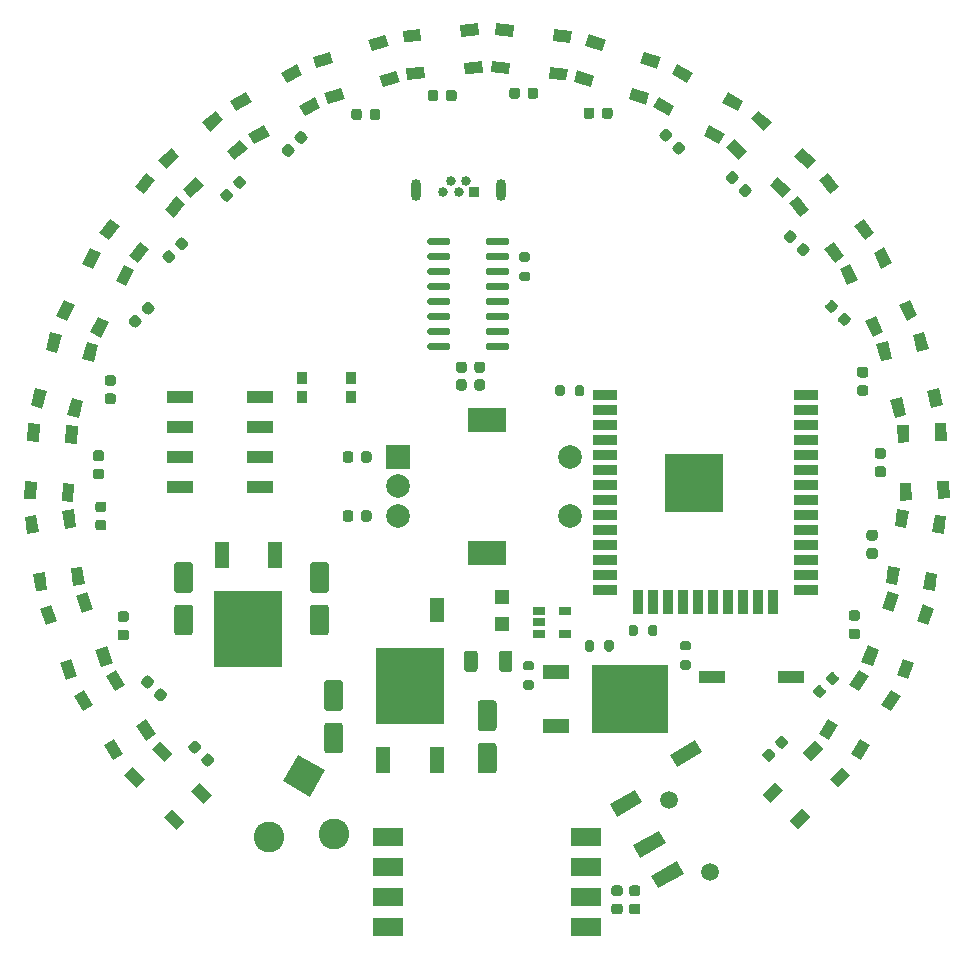
<source format=gbr>
%TF.GenerationSoftware,KiCad,Pcbnew,(5.1.9)-1*%
%TF.CreationDate,2021-08-08T15:33:04+02:00*%
%TF.ProjectId,nogasm,6e6f6761-736d-42e6-9b69-6361645f7063,rev?*%
%TF.SameCoordinates,Original*%
%TF.FileFunction,Soldermask,Top*%
%TF.FilePolarity,Negative*%
%FSLAX46Y46*%
G04 Gerber Fmt 4.6, Leading zero omitted, Abs format (unit mm)*
G04 Created by KiCad (PCBNEW (5.1.9)-1) date 2021-08-08 15:33:04*
%MOMM*%
%LPD*%
G01*
G04 APERTURE LIST*
%ADD10O,0.850000X1.850000*%
%ADD11C,0.840000*%
%ADD12R,0.840000X0.840000*%
%ADD13R,2.000000X0.900000*%
%ADD14R,0.900000X2.000000*%
%ADD15R,5.000000X5.000000*%
%ADD16R,1.060000X0.650000*%
%ADD17R,5.800000X6.400000*%
%ADD18R,1.200000X2.200000*%
%ADD19R,2.540000X1.524000*%
%ADD20R,2.160000X1.120000*%
%ADD21R,2.000000X2.000000*%
%ADD22C,2.000000*%
%ADD23R,3.200000X2.000000*%
%ADD24R,0.900000X1.000000*%
%ADD25R,1.300000X1.300000*%
%ADD26R,1.300000X2.000000*%
%ADD27R,6.400000X5.800000*%
%ADD28R,2.200000X1.200000*%
%ADD29C,1.500000*%
%ADD30C,0.100000*%
%ADD31C,2.600000*%
G04 APERTURE END LIST*
D10*
%TO.C,J3*%
X134025000Y-64880000D03*
X141175000Y-64880000D03*
D11*
X136300000Y-65100000D03*
X136950000Y-64100000D03*
X137600000Y-65100000D03*
X138250000Y-64100000D03*
D12*
X138900000Y-65100000D03*
%TD*%
D13*
%TO.C,U5*%
X167000000Y-82245000D03*
X167000000Y-83515000D03*
X167000000Y-84785000D03*
X167000000Y-86055000D03*
X167000000Y-87325000D03*
X167000000Y-88595000D03*
X167000000Y-89865000D03*
X167000000Y-91135000D03*
X167000000Y-92405000D03*
X167000000Y-93675000D03*
X167000000Y-94945000D03*
X167000000Y-96215000D03*
X167000000Y-97485000D03*
X167000000Y-98755000D03*
D14*
X164215000Y-99755000D03*
X162945000Y-99755000D03*
X161675000Y-99755000D03*
X160405000Y-99755000D03*
X159135000Y-99755000D03*
X157865000Y-99755000D03*
X156595000Y-99755000D03*
X155325000Y-99755000D03*
X154055000Y-99755000D03*
X152785000Y-99755000D03*
D13*
X150000000Y-98755000D03*
X150000000Y-97485000D03*
X150000000Y-96215000D03*
X150000000Y-94945000D03*
X150000000Y-93675000D03*
X150000000Y-92405000D03*
X150000000Y-91135000D03*
X150000000Y-89865000D03*
X150000000Y-88595000D03*
X150000000Y-87325000D03*
X150000000Y-86055000D03*
X150000000Y-84785000D03*
X150000000Y-83515000D03*
X150000000Y-82245000D03*
D15*
X157500000Y-89745000D03*
%TD*%
%TO.C,U6*%
G36*
G01*
X136900000Y-77995000D02*
X136900000Y-78295000D01*
G75*
G02*
X136750000Y-78445000I-150000J0D01*
G01*
X135100000Y-78445000D01*
G75*
G02*
X134950000Y-78295000I0J150000D01*
G01*
X134950000Y-77995000D01*
G75*
G02*
X135100000Y-77845000I150000J0D01*
G01*
X136750000Y-77845000D01*
G75*
G02*
X136900000Y-77995000I0J-150000D01*
G01*
G37*
G36*
G01*
X136900000Y-76725000D02*
X136900000Y-77025000D01*
G75*
G02*
X136750000Y-77175000I-150000J0D01*
G01*
X135100000Y-77175000D01*
G75*
G02*
X134950000Y-77025000I0J150000D01*
G01*
X134950000Y-76725000D01*
G75*
G02*
X135100000Y-76575000I150000J0D01*
G01*
X136750000Y-76575000D01*
G75*
G02*
X136900000Y-76725000I0J-150000D01*
G01*
G37*
G36*
G01*
X136900000Y-75455000D02*
X136900000Y-75755000D01*
G75*
G02*
X136750000Y-75905000I-150000J0D01*
G01*
X135100000Y-75905000D01*
G75*
G02*
X134950000Y-75755000I0J150000D01*
G01*
X134950000Y-75455000D01*
G75*
G02*
X135100000Y-75305000I150000J0D01*
G01*
X136750000Y-75305000D01*
G75*
G02*
X136900000Y-75455000I0J-150000D01*
G01*
G37*
G36*
G01*
X136900000Y-74185000D02*
X136900000Y-74485000D01*
G75*
G02*
X136750000Y-74635000I-150000J0D01*
G01*
X135100000Y-74635000D01*
G75*
G02*
X134950000Y-74485000I0J150000D01*
G01*
X134950000Y-74185000D01*
G75*
G02*
X135100000Y-74035000I150000J0D01*
G01*
X136750000Y-74035000D01*
G75*
G02*
X136900000Y-74185000I0J-150000D01*
G01*
G37*
G36*
G01*
X136900000Y-72915000D02*
X136900000Y-73215000D01*
G75*
G02*
X136750000Y-73365000I-150000J0D01*
G01*
X135100000Y-73365000D01*
G75*
G02*
X134950000Y-73215000I0J150000D01*
G01*
X134950000Y-72915000D01*
G75*
G02*
X135100000Y-72765000I150000J0D01*
G01*
X136750000Y-72765000D01*
G75*
G02*
X136900000Y-72915000I0J-150000D01*
G01*
G37*
G36*
G01*
X136900000Y-71645000D02*
X136900000Y-71945000D01*
G75*
G02*
X136750000Y-72095000I-150000J0D01*
G01*
X135100000Y-72095000D01*
G75*
G02*
X134950000Y-71945000I0J150000D01*
G01*
X134950000Y-71645000D01*
G75*
G02*
X135100000Y-71495000I150000J0D01*
G01*
X136750000Y-71495000D01*
G75*
G02*
X136900000Y-71645000I0J-150000D01*
G01*
G37*
G36*
G01*
X136900000Y-70375000D02*
X136900000Y-70675000D01*
G75*
G02*
X136750000Y-70825000I-150000J0D01*
G01*
X135100000Y-70825000D01*
G75*
G02*
X134950000Y-70675000I0J150000D01*
G01*
X134950000Y-70375000D01*
G75*
G02*
X135100000Y-70225000I150000J0D01*
G01*
X136750000Y-70225000D01*
G75*
G02*
X136900000Y-70375000I0J-150000D01*
G01*
G37*
G36*
G01*
X136900000Y-69105000D02*
X136900000Y-69405000D01*
G75*
G02*
X136750000Y-69555000I-150000J0D01*
G01*
X135100000Y-69555000D01*
G75*
G02*
X134950000Y-69405000I0J150000D01*
G01*
X134950000Y-69105000D01*
G75*
G02*
X135100000Y-68955000I150000J0D01*
G01*
X136750000Y-68955000D01*
G75*
G02*
X136900000Y-69105000I0J-150000D01*
G01*
G37*
G36*
G01*
X141850000Y-69105000D02*
X141850000Y-69405000D01*
G75*
G02*
X141700000Y-69555000I-150000J0D01*
G01*
X140050000Y-69555000D01*
G75*
G02*
X139900000Y-69405000I0J150000D01*
G01*
X139900000Y-69105000D01*
G75*
G02*
X140050000Y-68955000I150000J0D01*
G01*
X141700000Y-68955000D01*
G75*
G02*
X141850000Y-69105000I0J-150000D01*
G01*
G37*
G36*
G01*
X141850000Y-70375000D02*
X141850000Y-70675000D01*
G75*
G02*
X141700000Y-70825000I-150000J0D01*
G01*
X140050000Y-70825000D01*
G75*
G02*
X139900000Y-70675000I0J150000D01*
G01*
X139900000Y-70375000D01*
G75*
G02*
X140050000Y-70225000I150000J0D01*
G01*
X141700000Y-70225000D01*
G75*
G02*
X141850000Y-70375000I0J-150000D01*
G01*
G37*
G36*
G01*
X141850000Y-71645000D02*
X141850000Y-71945000D01*
G75*
G02*
X141700000Y-72095000I-150000J0D01*
G01*
X140050000Y-72095000D01*
G75*
G02*
X139900000Y-71945000I0J150000D01*
G01*
X139900000Y-71645000D01*
G75*
G02*
X140050000Y-71495000I150000J0D01*
G01*
X141700000Y-71495000D01*
G75*
G02*
X141850000Y-71645000I0J-150000D01*
G01*
G37*
G36*
G01*
X141850000Y-72915000D02*
X141850000Y-73215000D01*
G75*
G02*
X141700000Y-73365000I-150000J0D01*
G01*
X140050000Y-73365000D01*
G75*
G02*
X139900000Y-73215000I0J150000D01*
G01*
X139900000Y-72915000D01*
G75*
G02*
X140050000Y-72765000I150000J0D01*
G01*
X141700000Y-72765000D01*
G75*
G02*
X141850000Y-72915000I0J-150000D01*
G01*
G37*
G36*
G01*
X141850000Y-74185000D02*
X141850000Y-74485000D01*
G75*
G02*
X141700000Y-74635000I-150000J0D01*
G01*
X140050000Y-74635000D01*
G75*
G02*
X139900000Y-74485000I0J150000D01*
G01*
X139900000Y-74185000D01*
G75*
G02*
X140050000Y-74035000I150000J0D01*
G01*
X141700000Y-74035000D01*
G75*
G02*
X141850000Y-74185000I0J-150000D01*
G01*
G37*
G36*
G01*
X141850000Y-75455000D02*
X141850000Y-75755000D01*
G75*
G02*
X141700000Y-75905000I-150000J0D01*
G01*
X140050000Y-75905000D01*
G75*
G02*
X139900000Y-75755000I0J150000D01*
G01*
X139900000Y-75455000D01*
G75*
G02*
X140050000Y-75305000I150000J0D01*
G01*
X141700000Y-75305000D01*
G75*
G02*
X141850000Y-75455000I0J-150000D01*
G01*
G37*
G36*
G01*
X141850000Y-76725000D02*
X141850000Y-77025000D01*
G75*
G02*
X141700000Y-77175000I-150000J0D01*
G01*
X140050000Y-77175000D01*
G75*
G02*
X139900000Y-77025000I0J150000D01*
G01*
X139900000Y-76725000D01*
G75*
G02*
X140050000Y-76575000I150000J0D01*
G01*
X141700000Y-76575000D01*
G75*
G02*
X141850000Y-76725000I0J-150000D01*
G01*
G37*
G36*
G01*
X141850000Y-77995000D02*
X141850000Y-78295000D01*
G75*
G02*
X141700000Y-78445000I-150000J0D01*
G01*
X140050000Y-78445000D01*
G75*
G02*
X139900000Y-78295000I0J150000D01*
G01*
X139900000Y-77995000D01*
G75*
G02*
X140050000Y-77845000I150000J0D01*
G01*
X141700000Y-77845000D01*
G75*
G02*
X141850000Y-77995000I0J-150000D01*
G01*
G37*
%TD*%
%TO.C,R6*%
G36*
G01*
X142925000Y-71825000D02*
X143475000Y-71825000D01*
G75*
G02*
X143675000Y-72025000I0J-200000D01*
G01*
X143675000Y-72425000D01*
G75*
G02*
X143475000Y-72625000I-200000J0D01*
G01*
X142925000Y-72625000D01*
G75*
G02*
X142725000Y-72425000I0J200000D01*
G01*
X142725000Y-72025000D01*
G75*
G02*
X142925000Y-71825000I200000J0D01*
G01*
G37*
G36*
G01*
X142925000Y-70175000D02*
X143475000Y-70175000D01*
G75*
G02*
X143675000Y-70375000I0J-200000D01*
G01*
X143675000Y-70775000D01*
G75*
G02*
X143475000Y-70975000I-200000J0D01*
G01*
X142925000Y-70975000D01*
G75*
G02*
X142725000Y-70775000I0J200000D01*
G01*
X142725000Y-70375000D01*
G75*
G02*
X142925000Y-70175000I200000J0D01*
G01*
G37*
%TD*%
%TO.C,C35*%
G36*
G01*
X138925000Y-81650000D02*
X138925000Y-81150000D01*
G75*
G02*
X139150000Y-80925000I225000J0D01*
G01*
X139600000Y-80925000D01*
G75*
G02*
X139825000Y-81150000I0J-225000D01*
G01*
X139825000Y-81650000D01*
G75*
G02*
X139600000Y-81875000I-225000J0D01*
G01*
X139150000Y-81875000D01*
G75*
G02*
X138925000Y-81650000I0J225000D01*
G01*
G37*
G36*
G01*
X137375000Y-81650000D02*
X137375000Y-81150000D01*
G75*
G02*
X137600000Y-80925000I225000J0D01*
G01*
X138050000Y-80925000D01*
G75*
G02*
X138275000Y-81150000I0J-225000D01*
G01*
X138275000Y-81650000D01*
G75*
G02*
X138050000Y-81875000I-225000J0D01*
G01*
X137600000Y-81875000D01*
G75*
G02*
X137375000Y-81650000I0J225000D01*
G01*
G37*
%TD*%
%TO.C,C34*%
G36*
G01*
X138925000Y-80150000D02*
X138925000Y-79650000D01*
G75*
G02*
X139150000Y-79425000I225000J0D01*
G01*
X139600000Y-79425000D01*
G75*
G02*
X139825000Y-79650000I0J-225000D01*
G01*
X139825000Y-80150000D01*
G75*
G02*
X139600000Y-80375000I-225000J0D01*
G01*
X139150000Y-80375000D01*
G75*
G02*
X138925000Y-80150000I0J225000D01*
G01*
G37*
G36*
G01*
X137375000Y-80150000D02*
X137375000Y-79650000D01*
G75*
G02*
X137600000Y-79425000I225000J0D01*
G01*
X138050000Y-79425000D01*
G75*
G02*
X138275000Y-79650000I0J-225000D01*
G01*
X138275000Y-80150000D01*
G75*
G02*
X138050000Y-80375000I-225000J0D01*
G01*
X137600000Y-80375000D01*
G75*
G02*
X137375000Y-80150000I0J225000D01*
G01*
G37*
%TD*%
%TO.C,C7*%
G36*
G01*
X140550000Y-110700000D02*
X139450000Y-110700000D01*
G75*
G02*
X139200000Y-110450000I0J250000D01*
G01*
X139200000Y-108350000D01*
G75*
G02*
X139450000Y-108100000I250000J0D01*
G01*
X140550000Y-108100000D01*
G75*
G02*
X140800000Y-108350000I0J-250000D01*
G01*
X140800000Y-110450000D01*
G75*
G02*
X140550000Y-110700000I-250000J0D01*
G01*
G37*
G36*
G01*
X140550000Y-114300000D02*
X139450000Y-114300000D01*
G75*
G02*
X139200000Y-114050000I0J250000D01*
G01*
X139200000Y-111950000D01*
G75*
G02*
X139450000Y-111700000I250000J0D01*
G01*
X140550000Y-111700000D01*
G75*
G02*
X140800000Y-111950000I0J-250000D01*
G01*
X140800000Y-114050000D01*
G75*
G02*
X140550000Y-114300000I-250000J0D01*
G01*
G37*
%TD*%
%TO.C,C5*%
G36*
G01*
X127550000Y-109000000D02*
X126450000Y-109000000D01*
G75*
G02*
X126200000Y-108750000I0J250000D01*
G01*
X126200000Y-106650000D01*
G75*
G02*
X126450000Y-106400000I250000J0D01*
G01*
X127550000Y-106400000D01*
G75*
G02*
X127800000Y-106650000I0J-250000D01*
G01*
X127800000Y-108750000D01*
G75*
G02*
X127550000Y-109000000I-250000J0D01*
G01*
G37*
G36*
G01*
X127550000Y-112600000D02*
X126450000Y-112600000D01*
G75*
G02*
X126200000Y-112350000I0J250000D01*
G01*
X126200000Y-110250000D01*
G75*
G02*
X126450000Y-110000000I250000J0D01*
G01*
X127550000Y-110000000D01*
G75*
G02*
X127800000Y-110250000I0J-250000D01*
G01*
X127800000Y-112350000D01*
G75*
G02*
X127550000Y-112600000I-250000J0D01*
G01*
G37*
%TD*%
%TO.C,C4*%
G36*
G01*
X113750000Y-100000000D02*
X114850000Y-100000000D01*
G75*
G02*
X115100000Y-100250000I0J-250000D01*
G01*
X115100000Y-102350000D01*
G75*
G02*
X114850000Y-102600000I-250000J0D01*
G01*
X113750000Y-102600000D01*
G75*
G02*
X113500000Y-102350000I0J250000D01*
G01*
X113500000Y-100250000D01*
G75*
G02*
X113750000Y-100000000I250000J0D01*
G01*
G37*
G36*
G01*
X113750000Y-96400000D02*
X114850000Y-96400000D01*
G75*
G02*
X115100000Y-96650000I0J-250000D01*
G01*
X115100000Y-98750000D01*
G75*
G02*
X114850000Y-99000000I-250000J0D01*
G01*
X113750000Y-99000000D01*
G75*
G02*
X113500000Y-98750000I0J250000D01*
G01*
X113500000Y-96650000D01*
G75*
G02*
X113750000Y-96400000I250000J0D01*
G01*
G37*
%TD*%
%TO.C,C2*%
G36*
G01*
X125250000Y-100000000D02*
X126350000Y-100000000D01*
G75*
G02*
X126600000Y-100250000I0J-250000D01*
G01*
X126600000Y-102350000D01*
G75*
G02*
X126350000Y-102600000I-250000J0D01*
G01*
X125250000Y-102600000D01*
G75*
G02*
X125000000Y-102350000I0J250000D01*
G01*
X125000000Y-100250000D01*
G75*
G02*
X125250000Y-100000000I250000J0D01*
G01*
G37*
G36*
G01*
X125250000Y-96400000D02*
X126350000Y-96400000D01*
G75*
G02*
X126600000Y-96650000I0J-250000D01*
G01*
X126600000Y-98750000D01*
G75*
G02*
X126350000Y-99000000I-250000J0D01*
G01*
X125250000Y-99000000D01*
G75*
G02*
X125000000Y-98750000I0J250000D01*
G01*
X125000000Y-96650000D01*
G75*
G02*
X125250000Y-96400000I250000J0D01*
G01*
G37*
%TD*%
D16*
%TO.C,U4*%
X146600000Y-100550000D03*
X146600000Y-102450000D03*
X144400000Y-102450000D03*
X144400000Y-101500000D03*
X144400000Y-100550000D03*
%TD*%
D17*
%TO.C,U3*%
X133475000Y-106900000D03*
D18*
X135755000Y-113200000D03*
X131195000Y-113200000D03*
%TD*%
D17*
%TO.C,U2*%
X119800000Y-102100000D03*
D18*
X117520000Y-95800000D03*
X122080000Y-95800000D03*
%TD*%
D19*
%TO.C,U1*%
X131618000Y-127310000D03*
X131618000Y-124770000D03*
X131618000Y-122230000D03*
X131618000Y-119690000D03*
X148382000Y-119690000D03*
X148382000Y-122230000D03*
X148382000Y-124770000D03*
X148382000Y-127310000D03*
%TD*%
D20*
%TO.C,SW4*%
X159035000Y-106100000D03*
X165765000Y-106100000D03*
%TD*%
%TO.C,SW3*%
X114035000Y-90010000D03*
X120765000Y-82390000D03*
X114035000Y-87470000D03*
X120765000Y-84930000D03*
X114035000Y-84930000D03*
X120765000Y-87470000D03*
X114035000Y-82390000D03*
X120765000Y-90010000D03*
%TD*%
D21*
%TO.C,SW2*%
X132500000Y-87500000D03*
D22*
X132500000Y-90000000D03*
X132500000Y-92500000D03*
D23*
X140000000Y-84400000D03*
X140000000Y-95600000D03*
D22*
X147000000Y-87500000D03*
X147000000Y-92500000D03*
%TD*%
D24*
%TO.C,SW1*%
X128450000Y-82400000D03*
X128450000Y-80800000D03*
X124350000Y-82400000D03*
X124350000Y-80800000D03*
%TD*%
D25*
%TO.C,RV1*%
X141250000Y-99350000D03*
D26*
X135750000Y-100500000D03*
D25*
X141250000Y-101650000D03*
%TD*%
%TO.C,R5*%
G36*
G01*
X153625000Y-102475000D02*
X153625000Y-101925000D01*
G75*
G02*
X153825000Y-101725000I200000J0D01*
G01*
X154225000Y-101725000D01*
G75*
G02*
X154425000Y-101925000I0J-200000D01*
G01*
X154425000Y-102475000D01*
G75*
G02*
X154225000Y-102675000I-200000J0D01*
G01*
X153825000Y-102675000D01*
G75*
G02*
X153625000Y-102475000I0J200000D01*
G01*
G37*
G36*
G01*
X151975000Y-102475000D02*
X151975000Y-101925000D01*
G75*
G02*
X152175000Y-101725000I200000J0D01*
G01*
X152575000Y-101725000D01*
G75*
G02*
X152775000Y-101925000I0J-200000D01*
G01*
X152775000Y-102475000D01*
G75*
G02*
X152575000Y-102675000I-200000J0D01*
G01*
X152175000Y-102675000D01*
G75*
G02*
X151975000Y-102475000I0J200000D01*
G01*
G37*
%TD*%
%TO.C,R4*%
G36*
G01*
X147425000Y-82175000D02*
X147425000Y-81625000D01*
G75*
G02*
X147625000Y-81425000I200000J0D01*
G01*
X148025000Y-81425000D01*
G75*
G02*
X148225000Y-81625000I0J-200000D01*
G01*
X148225000Y-82175000D01*
G75*
G02*
X148025000Y-82375000I-200000J0D01*
G01*
X147625000Y-82375000D01*
G75*
G02*
X147425000Y-82175000I0J200000D01*
G01*
G37*
G36*
G01*
X145775000Y-82175000D02*
X145775000Y-81625000D01*
G75*
G02*
X145975000Y-81425000I200000J0D01*
G01*
X146375000Y-81425000D01*
G75*
G02*
X146575000Y-81625000I0J-200000D01*
G01*
X146575000Y-82175000D01*
G75*
G02*
X146375000Y-82375000I-200000J0D01*
G01*
X145975000Y-82375000D01*
G75*
G02*
X145775000Y-82175000I0J200000D01*
G01*
G37*
%TD*%
%TO.C,R3*%
G36*
G01*
X149075000Y-103225000D02*
X149075000Y-103775000D01*
G75*
G02*
X148875000Y-103975000I-200000J0D01*
G01*
X148475000Y-103975000D01*
G75*
G02*
X148275000Y-103775000I0J200000D01*
G01*
X148275000Y-103225000D01*
G75*
G02*
X148475000Y-103025000I200000J0D01*
G01*
X148875000Y-103025000D01*
G75*
G02*
X149075000Y-103225000I0J-200000D01*
G01*
G37*
G36*
G01*
X150725000Y-103225000D02*
X150725000Y-103775000D01*
G75*
G02*
X150525000Y-103975000I-200000J0D01*
G01*
X150125000Y-103975000D01*
G75*
G02*
X149925000Y-103775000I0J200000D01*
G01*
X149925000Y-103225000D01*
G75*
G02*
X150125000Y-103025000I200000J0D01*
G01*
X150525000Y-103025000D01*
G75*
G02*
X150725000Y-103225000I0J-200000D01*
G01*
G37*
%TD*%
%TO.C,R2*%
G36*
G01*
X157075000Y-103875000D02*
X156525000Y-103875000D01*
G75*
G02*
X156325000Y-103675000I0J200000D01*
G01*
X156325000Y-103275000D01*
G75*
G02*
X156525000Y-103075000I200000J0D01*
G01*
X157075000Y-103075000D01*
G75*
G02*
X157275000Y-103275000I0J-200000D01*
G01*
X157275000Y-103675000D01*
G75*
G02*
X157075000Y-103875000I-200000J0D01*
G01*
G37*
G36*
G01*
X157075000Y-105525000D02*
X156525000Y-105525000D01*
G75*
G02*
X156325000Y-105325000I0J200000D01*
G01*
X156325000Y-104925000D01*
G75*
G02*
X156525000Y-104725000I200000J0D01*
G01*
X157075000Y-104725000D01*
G75*
G02*
X157275000Y-104925000I0J-200000D01*
G01*
X157275000Y-105325000D01*
G75*
G02*
X157075000Y-105525000I-200000J0D01*
G01*
G37*
%TD*%
%TO.C,R1*%
G36*
G01*
X143775000Y-105575000D02*
X143225000Y-105575000D01*
G75*
G02*
X143025000Y-105375000I0J200000D01*
G01*
X143025000Y-104975000D01*
G75*
G02*
X143225000Y-104775000I200000J0D01*
G01*
X143775000Y-104775000D01*
G75*
G02*
X143975000Y-104975000I0J-200000D01*
G01*
X143975000Y-105375000D01*
G75*
G02*
X143775000Y-105575000I-200000J0D01*
G01*
G37*
G36*
G01*
X143775000Y-107225000D02*
X143225000Y-107225000D01*
G75*
G02*
X143025000Y-107025000I0J200000D01*
G01*
X143025000Y-106625000D01*
G75*
G02*
X143225000Y-106425000I200000J0D01*
G01*
X143775000Y-106425000D01*
G75*
G02*
X143975000Y-106625000I0J-200000D01*
G01*
X143975000Y-107025000D01*
G75*
G02*
X143775000Y-107225000I-200000J0D01*
G01*
G37*
%TD*%
D27*
%TO.C,Q1*%
X152100000Y-108000000D03*
D28*
X145800000Y-110280000D03*
X145800000Y-105720000D03*
%TD*%
D29*
%TO.C,J2*%
X155387500Y-116573093D03*
X158887500Y-122635271D03*
D30*
G36*
X156655449Y-122769246D02*
G01*
X154490385Y-124019246D01*
X153890385Y-122980016D01*
X156055449Y-121730016D01*
X156655449Y-122769246D01*
G37*
G36*
X155155449Y-120171169D02*
G01*
X152990385Y-121421169D01*
X152390385Y-120381939D01*
X154555449Y-119131939D01*
X155155449Y-120171169D01*
G37*
G36*
X153155449Y-116707068D02*
G01*
X150990385Y-117957068D01*
X150390385Y-116917838D01*
X152555449Y-115667838D01*
X153155449Y-116707068D01*
G37*
G36*
X158234615Y-112504440D02*
G01*
X156069551Y-113754440D01*
X155469551Y-112715210D01*
X157634615Y-111465210D01*
X158234615Y-112504440D01*
G37*
%TD*%
D31*
%TO.C,J1*%
X127070319Y-119448076D03*
X121500000Y-119696152D03*
D30*
G36*
X122724167Y-114975833D02*
G01*
X124024167Y-112724167D01*
X126275833Y-114024167D01*
X124975833Y-116275833D01*
X122724167Y-114975833D01*
G37*
%TD*%
%TO.C,D24*%
G36*
X164025913Y-116817525D02*
G01*
X163302946Y-116126642D01*
X164339269Y-115042191D01*
X165062236Y-115733074D01*
X164025913Y-116817525D01*
G37*
G36*
X166339408Y-119028348D02*
G01*
X165616441Y-118337465D01*
X166652764Y-117253014D01*
X167375731Y-117943897D01*
X166339408Y-119028348D01*
G37*
G36*
X167411236Y-113274986D02*
G01*
X166688269Y-112584103D01*
X167724592Y-111499652D01*
X168447559Y-112190535D01*
X167411236Y-113274986D01*
G37*
G36*
X169724731Y-115485809D02*
G01*
X169001764Y-114794926D01*
X170038087Y-113710475D01*
X170761054Y-114401358D01*
X169724731Y-115485809D01*
G37*
%TD*%
%TO.C,D23*%
G36*
X139536698Y-53979230D02*
G01*
X139632544Y-54974626D01*
X138139450Y-55118394D01*
X138043604Y-54122998D01*
X139536698Y-53979230D01*
G37*
G36*
X139229991Y-50793962D02*
G01*
X139325837Y-51789358D01*
X137832743Y-51933126D01*
X137736897Y-50937730D01*
X139229991Y-50793962D01*
G37*
G36*
X134659257Y-54448874D02*
G01*
X134755103Y-55444270D01*
X133262009Y-55588038D01*
X133166163Y-54592642D01*
X134659257Y-54448874D01*
G37*
G36*
X134352550Y-51263606D02*
G01*
X134448396Y-52259002D01*
X132955302Y-52402770D01*
X132859456Y-51407374D01*
X134352550Y-51263606D01*
G37*
%TD*%
%TO.C,D22*%
G36*
X168918690Y-111453252D02*
G01*
X168071568Y-110921853D01*
X168868666Y-109651170D01*
X169715788Y-110182569D01*
X168918690Y-111453252D01*
G37*
G36*
X171629481Y-113153727D02*
G01*
X170782359Y-112622328D01*
X171579457Y-111351645D01*
X172426579Y-111883044D01*
X171629481Y-113153727D01*
G37*
G36*
X171522543Y-107302355D02*
G01*
X170675421Y-106770956D01*
X171472519Y-105500273D01*
X172319641Y-106031672D01*
X171522543Y-107302355D01*
G37*
G36*
X174233334Y-109002830D02*
G01*
X173386212Y-108471431D01*
X174183310Y-107200748D01*
X175030432Y-107732147D01*
X174233334Y-109002830D01*
G37*
%TD*%
%TO.C,D21*%
G36*
X132318982Y-54803443D02*
G01*
X132613022Y-55759236D01*
X131179332Y-56200297D01*
X130885292Y-55244504D01*
X132318982Y-54803443D01*
G37*
G36*
X131378053Y-51744905D02*
G01*
X131672093Y-52700698D01*
X130238403Y-53141759D01*
X129944363Y-52185966D01*
X131378053Y-51744905D01*
G37*
G36*
X127635597Y-56244241D02*
G01*
X127929637Y-57200034D01*
X126495947Y-57641095D01*
X126201907Y-56685302D01*
X127635597Y-56244241D01*
G37*
G36*
X126694668Y-53185703D02*
G01*
X126988708Y-54141496D01*
X125555018Y-54582557D01*
X125260978Y-53626764D01*
X126694668Y-53185703D01*
G37*
%TD*%
%TO.C,D20*%
G36*
X172635997Y-105216123D02*
G01*
X171699324Y-104865915D01*
X172224635Y-103460907D01*
X173161308Y-103811115D01*
X172635997Y-105216123D01*
G37*
G36*
X175633348Y-106336787D02*
G01*
X174696675Y-105986579D01*
X175221986Y-104581571D01*
X176158659Y-104931779D01*
X175633348Y-106336787D01*
G37*
G36*
X174352014Y-100626429D02*
G01*
X173415341Y-100276221D01*
X173940652Y-98871213D01*
X174877325Y-99221421D01*
X174352014Y-100626429D01*
G37*
G36*
X177349365Y-101747093D02*
G01*
X176412692Y-101396885D01*
X176938003Y-99991877D01*
X177874676Y-100342085D01*
X177349365Y-101747093D01*
G37*
%TD*%
%TO.C,D19*%
G36*
X125413114Y-57058145D02*
G01*
X125893337Y-57935291D01*
X124577618Y-58655627D01*
X124097395Y-57778481D01*
X125413114Y-57058145D01*
G37*
G36*
X123876399Y-54251278D02*
G01*
X124356622Y-55128424D01*
X123040903Y-55848760D01*
X122560680Y-54971614D01*
X123876399Y-54251278D01*
G37*
G36*
X121115097Y-59411240D02*
G01*
X121595320Y-60288386D01*
X120279601Y-61008722D01*
X119799378Y-60131576D01*
X121115097Y-59411240D01*
G37*
G36*
X119578382Y-56604373D02*
G01*
X120058605Y-57481519D01*
X118742886Y-58201855D01*
X118262663Y-57324709D01*
X119578382Y-56604373D01*
G37*
%TD*%
%TO.C,D18*%
G36*
X174727171Y-98359290D02*
G01*
X173739211Y-98204580D01*
X173971277Y-96722640D01*
X174959237Y-96877350D01*
X174727171Y-98359290D01*
G37*
G36*
X177888642Y-98854363D02*
G01*
X176900682Y-98699653D01*
X177132748Y-97217713D01*
X178120708Y-97372423D01*
X177888642Y-98854363D01*
G37*
G36*
X175485252Y-93518287D02*
G01*
X174497292Y-93363577D01*
X174729358Y-91881637D01*
X175717318Y-92036347D01*
X175485252Y-93518287D01*
G37*
G36*
X178646723Y-94013360D02*
G01*
X177658763Y-93858650D01*
X177890829Y-92376710D01*
X178878789Y-92531420D01*
X178646723Y-94013360D01*
G37*
%TD*%
%TO.C,D17*%
G36*
X119100007Y-60653208D02*
G01*
X119746797Y-61415876D01*
X118602795Y-62386060D01*
X117956005Y-61623392D01*
X119100007Y-60653208D01*
G37*
G36*
X117030280Y-58212670D02*
G01*
X117677070Y-58975338D01*
X116533068Y-59945522D01*
X115886278Y-59182854D01*
X117030280Y-58212670D01*
G37*
G36*
X115362932Y-63822478D02*
G01*
X116009722Y-64585146D01*
X114865720Y-65555330D01*
X114218930Y-64792662D01*
X115362932Y-63822478D01*
G37*
G36*
X113293205Y-61381940D02*
G01*
X113939995Y-62144608D01*
X112795993Y-63114792D01*
X112149203Y-62352124D01*
X113293205Y-61381940D01*
G37*
%TD*%
%TO.C,D16*%
G36*
X175992962Y-91162265D02*
G01*
X174994072Y-91209372D01*
X174923412Y-89711037D01*
X175922302Y-89663930D01*
X175992962Y-91162265D01*
G37*
G36*
X179189410Y-91011524D02*
G01*
X178190520Y-91058631D01*
X178119860Y-89560296D01*
X179118750Y-89513189D01*
X179189410Y-91011524D01*
G37*
G36*
X175762140Y-86267704D02*
G01*
X174763250Y-86314811D01*
X174692590Y-84816476D01*
X175691480Y-84769369D01*
X175762140Y-86267704D01*
G37*
G36*
X178958588Y-86116963D02*
G01*
X177959698Y-86164070D01*
X177889038Y-84665735D01*
X178887928Y-84618628D01*
X178958588Y-86116963D01*
G37*
%TD*%
%TO.C,D15*%
G36*
X113636143Y-65441548D02*
G01*
X114423078Y-66058584D01*
X113497525Y-67238986D01*
X112710590Y-66621950D01*
X113636143Y-65441548D01*
G37*
G36*
X111117951Y-63467033D02*
G01*
X111904886Y-64084069D01*
X110979333Y-65264471D01*
X110192398Y-64647435D01*
X111117951Y-63467033D01*
G37*
G36*
X110612667Y-69297529D02*
G01*
X111399602Y-69914565D01*
X110474049Y-71094967D01*
X109687114Y-70477931D01*
X110612667Y-69297529D01*
G37*
G36*
X108094475Y-67323014D02*
G01*
X108881410Y-67940050D01*
X107955857Y-69120452D01*
X107168922Y-68503416D01*
X108094475Y-67323014D01*
G37*
%TD*%
%TO.C,D14*%
G36*
X175496479Y-83917549D02*
G01*
X174527463Y-84164548D01*
X174156965Y-82711025D01*
X175125981Y-82464026D01*
X175496479Y-83917549D01*
G37*
G36*
X178597330Y-83127152D02*
G01*
X177628314Y-83374151D01*
X177257816Y-81920628D01*
X178226832Y-81673629D01*
X178597330Y-83127152D01*
G37*
G36*
X174286184Y-79169372D02*
G01*
X173317168Y-79416371D01*
X172946670Y-77962848D01*
X173915686Y-77715849D01*
X174286184Y-79169372D01*
G37*
G36*
X177387035Y-78378975D02*
G01*
X176418019Y-78625974D01*
X176047521Y-77172451D01*
X177016537Y-76925452D01*
X177387035Y-78378975D01*
G37*
%TD*%
%TO.C,D13*%
G36*
X109244261Y-71227027D02*
G01*
X110139196Y-71673225D01*
X109469899Y-73015627D01*
X108574964Y-72569429D01*
X109244261Y-71227027D01*
G37*
G36*
X106380471Y-69799194D02*
G01*
X107275406Y-70245392D01*
X106606109Y-71587794D01*
X105711174Y-71141596D01*
X106380471Y-69799194D01*
G37*
G36*
X107057891Y-75612206D02*
G01*
X107952826Y-76058404D01*
X107283529Y-77400806D01*
X106388594Y-76954608D01*
X107057891Y-75612206D01*
G37*
G36*
X104194101Y-74184373D02*
G01*
X105089036Y-74630571D01*
X104419739Y-75972973D01*
X103524804Y-75526775D01*
X104194101Y-74184373D01*
G37*
%TD*%
%TO.C,D12*%
G36*
X173555252Y-76919066D02*
G01*
X172655694Y-77355868D01*
X172000492Y-76006532D01*
X172900050Y-75569730D01*
X173555252Y-76919066D01*
G37*
G36*
X176433837Y-75521301D02*
G01*
X175534279Y-75958103D01*
X174879077Y-74608767D01*
X175778635Y-74171965D01*
X176433837Y-75521301D01*
G37*
G36*
X171414923Y-72511233D02*
G01*
X170515365Y-72948035D01*
X169860163Y-71598699D01*
X170759721Y-71161897D01*
X171414923Y-72511233D01*
G37*
G36*
X174293508Y-71113468D02*
G01*
X173393950Y-71550270D01*
X172738748Y-70200934D01*
X173638306Y-69764132D01*
X174293508Y-71113468D01*
G37*
%TD*%
%TO.C,D11*%
G36*
X106102839Y-77780443D02*
G01*
X107069215Y-78037575D01*
X106683515Y-79487139D01*
X105717139Y-79230007D01*
X106102839Y-77780443D01*
G37*
G36*
X103010436Y-76957618D02*
G01*
X103976812Y-77214750D01*
X103591112Y-78664314D01*
X102624736Y-78407182D01*
X103010436Y-76957618D01*
G37*
G36*
X104842888Y-82515686D02*
G01*
X105809264Y-82772818D01*
X105423564Y-84222382D01*
X104457188Y-83965250D01*
X104842888Y-82515686D01*
G37*
G36*
X101750485Y-81692861D02*
G01*
X102716861Y-81949993D01*
X102331161Y-83399557D01*
X101364785Y-83142425D01*
X101750485Y-81692861D01*
G37*
%TD*%
%TO.C,D10*%
G36*
X170250348Y-70452368D02*
G01*
X169456994Y-71061130D01*
X168543852Y-69871100D01*
X169337206Y-69262338D01*
X170250348Y-70452368D01*
G37*
G36*
X172789079Y-68504331D02*
G01*
X171995725Y-69113093D01*
X171082583Y-67923063D01*
X171875937Y-67314301D01*
X172789079Y-68504331D01*
G37*
G36*
X167267417Y-66564937D02*
G01*
X166474063Y-67173699D01*
X165560921Y-65983669D01*
X166354275Y-65374907D01*
X167267417Y-66564937D01*
G37*
G36*
X169806148Y-64616900D02*
G01*
X169012794Y-65225662D01*
X168099652Y-64035632D01*
X168893006Y-63426870D01*
X169806148Y-64616900D01*
G37*
%TD*%
%TO.C,D9*%
G36*
X104338381Y-84829627D02*
G01*
X105336723Y-84887191D01*
X105250377Y-86384703D01*
X104252035Y-86327139D01*
X104338381Y-84829627D01*
G37*
G36*
X101143687Y-84645422D02*
G01*
X102142029Y-84702986D01*
X102055683Y-86200498D01*
X101057341Y-86142934D01*
X101143687Y-84645422D01*
G37*
G36*
X104056317Y-89721502D02*
G01*
X105054659Y-89779066D01*
X104968313Y-91276578D01*
X103969971Y-91219014D01*
X104056317Y-89721502D01*
G37*
G36*
X100861623Y-89537297D02*
G01*
X101859965Y-89594861D01*
X101773619Y-91092373D01*
X100775277Y-91034809D01*
X100861623Y-89537297D01*
G37*
%TD*%
%TO.C,D8*%
G36*
X165714517Y-64779610D02*
G01*
X165059776Y-65535463D01*
X163925995Y-64553352D01*
X164580736Y-63797499D01*
X165714517Y-64779610D01*
G37*
G36*
X167809687Y-62360878D02*
G01*
X167154946Y-63116731D01*
X166021165Y-62134620D01*
X166675906Y-61378767D01*
X167809687Y-62360878D01*
G37*
G36*
X162010835Y-61571380D02*
G01*
X161356094Y-62327233D01*
X160222313Y-61345122D01*
X160877054Y-60589269D01*
X162010835Y-61571380D01*
G37*
G36*
X164106005Y-59152648D02*
G01*
X163451264Y-59908501D01*
X162317483Y-58926390D01*
X162972224Y-58170537D01*
X164106005Y-59152648D01*
G37*
%TD*%
%TO.C,D7*%
G36*
X104024539Y-92088726D02*
G01*
X105014065Y-91944370D01*
X105230599Y-93428658D01*
X104241073Y-93573014D01*
X104024539Y-92088726D01*
G37*
G36*
X100858056Y-92550666D02*
G01*
X101847582Y-92406310D01*
X102064116Y-93890598D01*
X101074590Y-94034954D01*
X100858056Y-92550666D01*
G37*
G36*
X104731884Y-96937402D02*
G01*
X105721410Y-96793046D01*
X105937944Y-98277334D01*
X104948418Y-98421690D01*
X104731884Y-96937402D01*
G37*
G36*
X101565401Y-97399342D02*
G01*
X102554927Y-97254986D01*
X102771461Y-98739274D01*
X101781935Y-98883630D01*
X101565401Y-97399342D01*
G37*
%TD*%
%TO.C,D6*%
G36*
X160133301Y-60155300D02*
G01*
X159643919Y-61027369D01*
X158335815Y-60293296D01*
X158825197Y-59421227D01*
X160133301Y-60155300D01*
G37*
G36*
X161699325Y-57364678D02*
G01*
X161209943Y-58236747D01*
X159901839Y-57502674D01*
X160391221Y-56630605D01*
X161699325Y-57364678D01*
G37*
G36*
X155860161Y-57757326D02*
G01*
X155370779Y-58629395D01*
X154062675Y-57895322D01*
X154552057Y-57023253D01*
X155860161Y-57757326D01*
G37*
G36*
X157426185Y-54966704D02*
G01*
X156936803Y-55838773D01*
X155628699Y-55104700D01*
X156118081Y-54232631D01*
X157426185Y-54966704D01*
G37*
%TD*%
%TO.C,D5*%
G36*
X105175102Y-99264661D02*
G01*
X106115390Y-98924281D01*
X106625960Y-100334713D01*
X105685672Y-100675093D01*
X105175102Y-99264661D01*
G37*
G36*
X102166180Y-100353875D02*
G01*
X103106468Y-100013495D01*
X103617038Y-101423927D01*
X102676750Y-101764307D01*
X102166180Y-100353875D01*
G37*
G36*
X106842962Y-103872073D02*
G01*
X107783250Y-103531693D01*
X108293820Y-104942125D01*
X107353532Y-105282505D01*
X106842962Y-103872073D01*
G37*
G36*
X103834040Y-104961287D02*
G01*
X104774328Y-104620907D01*
X105284898Y-106031339D01*
X104344610Y-106371719D01*
X103834040Y-104961287D01*
G37*
%TD*%
%TO.C,D4*%
G36*
X153732081Y-56713833D02*
G01*
X153428048Y-57666495D01*
X151999055Y-57210445D01*
X152303088Y-56257783D01*
X153732081Y-56713833D01*
G37*
G36*
X154704987Y-53665317D02*
G01*
X154400954Y-54617979D01*
X152971961Y-54161929D01*
X153275994Y-53209267D01*
X154704987Y-53665317D01*
G37*
G36*
X149064039Y-55224071D02*
G01*
X148760006Y-56176733D01*
X147331013Y-55720683D01*
X147635046Y-54768021D01*
X149064039Y-55224071D01*
G37*
G36*
X150036945Y-52175555D02*
G01*
X149732912Y-53128217D01*
X148303919Y-52672167D01*
X148607952Y-51719505D01*
X150036945Y-52175555D01*
G37*
%TD*%
%TO.C,D3*%
G36*
X107738909Y-106063803D02*
G01*
X108591549Y-105541305D01*
X109375297Y-106820265D01*
X108522657Y-107342763D01*
X107738909Y-106063803D01*
G37*
G36*
X105010460Y-107735798D02*
G01*
X105863100Y-107213300D01*
X106646848Y-108492260D01*
X105794208Y-109014758D01*
X105010460Y-107735798D01*
G37*
G36*
X110299152Y-110241740D02*
G01*
X111151792Y-109719242D01*
X111935540Y-110998202D01*
X111082900Y-111520700D01*
X110299152Y-110241740D01*
G37*
G36*
X107570703Y-111913735D02*
G01*
X108423343Y-111391237D01*
X109207091Y-112670197D01*
X108354451Y-113192695D01*
X107570703Y-111913735D01*
G37*
%TD*%
%TO.C,D2*%
G36*
X146818990Y-54624817D02*
G01*
X146712726Y-55619155D01*
X145221220Y-55459759D01*
X145327484Y-54465421D01*
X146818990Y-54624817D01*
G37*
G36*
X147159035Y-51442935D02*
G01*
X147052771Y-52437273D01*
X145561265Y-52277877D01*
X145667529Y-51283539D01*
X147159035Y-51442935D01*
G37*
G36*
X141946735Y-54104123D02*
G01*
X141840471Y-55098461D01*
X140348965Y-54939065D01*
X140455229Y-53944727D01*
X141946735Y-54104123D01*
G37*
G36*
X142286780Y-50922241D02*
G01*
X142180516Y-51916579D01*
X140689010Y-51757183D01*
X140795274Y-50762845D01*
X142286780Y-50922241D01*
G37*
%TD*%
%TO.C,D1*%
G36*
X111616703Y-112209879D02*
G01*
X112346865Y-111526605D01*
X113371775Y-112621849D01*
X112641613Y-113305123D01*
X111616703Y-112209879D01*
G37*
G36*
X109280184Y-114396355D02*
G01*
X110010346Y-113713081D01*
X111035256Y-114808325D01*
X110305094Y-115491599D01*
X109280184Y-114396355D01*
G37*
G36*
X114964744Y-115787675D02*
G01*
X115694906Y-115104401D01*
X116719816Y-116199645D01*
X115989654Y-116882919D01*
X114964744Y-115787675D01*
G37*
G36*
X112628225Y-117974151D02*
G01*
X113358387Y-117290877D01*
X114383297Y-118386121D01*
X113653135Y-119069395D01*
X112628225Y-117974151D01*
G37*
%TD*%
%TO.C,C33*%
G36*
G01*
X170850000Y-102025000D02*
X171350000Y-102025000D01*
G75*
G02*
X171575000Y-102250000I0J-225000D01*
G01*
X171575000Y-102700000D01*
G75*
G02*
X171350000Y-102925000I-225000J0D01*
G01*
X170850000Y-102925000D01*
G75*
G02*
X170625000Y-102700000I0J225000D01*
G01*
X170625000Y-102250000D01*
G75*
G02*
X170850000Y-102025000I225000J0D01*
G01*
G37*
G36*
G01*
X170850000Y-100475000D02*
X171350000Y-100475000D01*
G75*
G02*
X171575000Y-100700000I0J-225000D01*
G01*
X171575000Y-101150000D01*
G75*
G02*
X171350000Y-101375000I-225000J0D01*
G01*
X170850000Y-101375000D01*
G75*
G02*
X170625000Y-101150000I0J225000D01*
G01*
X170625000Y-100700000D01*
G75*
G02*
X170850000Y-100475000I225000J0D01*
G01*
G37*
%TD*%
%TO.C,C32*%
G36*
G01*
X155753033Y-61206587D02*
X156106587Y-60853033D01*
G75*
G02*
X156424785Y-60853033I159099J-159099D01*
G01*
X156742983Y-61171231D01*
G75*
G02*
X156742983Y-61489429I-159099J-159099D01*
G01*
X156389429Y-61842983D01*
G75*
G02*
X156071231Y-61842983I-159099J159099D01*
G01*
X155753033Y-61524785D01*
G75*
G02*
X155753033Y-61206587I159099J159099D01*
G01*
G37*
G36*
G01*
X154657017Y-60110571D02*
X155010571Y-59757017D01*
G75*
G02*
X155328769Y-59757017I159099J-159099D01*
G01*
X155646967Y-60075215D01*
G75*
G02*
X155646967Y-60393413I-159099J-159099D01*
G01*
X155293413Y-60746967D01*
G75*
G02*
X154975215Y-60746967I-159099J159099D01*
G01*
X154657017Y-60428769D01*
G75*
G02*
X154657017Y-60110571I159099J159099D01*
G01*
G37*
%TD*%
%TO.C,C31*%
G36*
G01*
X161353033Y-64806587D02*
X161706587Y-64453033D01*
G75*
G02*
X162024785Y-64453033I159099J-159099D01*
G01*
X162342983Y-64771231D01*
G75*
G02*
X162342983Y-65089429I-159099J-159099D01*
G01*
X161989429Y-65442983D01*
G75*
G02*
X161671231Y-65442983I-159099J159099D01*
G01*
X161353033Y-65124785D01*
G75*
G02*
X161353033Y-64806587I159099J159099D01*
G01*
G37*
G36*
G01*
X160257017Y-63710571D02*
X160610571Y-63357017D01*
G75*
G02*
X160928769Y-63357017I159099J-159099D01*
G01*
X161246967Y-63675215D01*
G75*
G02*
X161246967Y-63993413I-159099J-159099D01*
G01*
X160893413Y-64346967D01*
G75*
G02*
X160575215Y-64346967I-159099J159099D01*
G01*
X160257017Y-64028769D01*
G75*
G02*
X160257017Y-63710571I159099J159099D01*
G01*
G37*
%TD*%
%TO.C,C30*%
G36*
G01*
X163993413Y-112253033D02*
X164346967Y-112606587D01*
G75*
G02*
X164346967Y-112924785I-159099J-159099D01*
G01*
X164028769Y-113242983D01*
G75*
G02*
X163710571Y-113242983I-159099J159099D01*
G01*
X163357017Y-112889429D01*
G75*
G02*
X163357017Y-112571231I159099J159099D01*
G01*
X163675215Y-112253033D01*
G75*
G02*
X163993413Y-112253033I159099J-159099D01*
G01*
G37*
G36*
G01*
X165089429Y-111157017D02*
X165442983Y-111510571D01*
G75*
G02*
X165442983Y-111828769I-159099J-159099D01*
G01*
X165124785Y-112146967D01*
G75*
G02*
X164806587Y-112146967I-159099J159099D01*
G01*
X164453033Y-111793413D01*
G75*
G02*
X164453033Y-111475215I159099J159099D01*
G01*
X164771231Y-111157017D01*
G75*
G02*
X165089429Y-111157017I159099J-159099D01*
G01*
G37*
%TD*%
%TO.C,C29*%
G36*
G01*
X143425000Y-56950000D02*
X143425000Y-56450000D01*
G75*
G02*
X143650000Y-56225000I225000J0D01*
G01*
X144100000Y-56225000D01*
G75*
G02*
X144325000Y-56450000I0J-225000D01*
G01*
X144325000Y-56950000D01*
G75*
G02*
X144100000Y-57175000I-225000J0D01*
G01*
X143650000Y-57175000D01*
G75*
G02*
X143425000Y-56950000I0J225000D01*
G01*
G37*
G36*
G01*
X141875000Y-56950000D02*
X141875000Y-56450000D01*
G75*
G02*
X142100000Y-56225000I225000J0D01*
G01*
X142550000Y-56225000D01*
G75*
G02*
X142775000Y-56450000I0J-225000D01*
G01*
X142775000Y-56950000D01*
G75*
G02*
X142550000Y-57175000I-225000J0D01*
G01*
X142100000Y-57175000D01*
G75*
G02*
X141875000Y-56950000I0J225000D01*
G01*
G37*
%TD*%
%TO.C,C28*%
G36*
G01*
X114006587Y-69946967D02*
X113653033Y-69593413D01*
G75*
G02*
X113653033Y-69275215I159099J159099D01*
G01*
X113971231Y-68957017D01*
G75*
G02*
X114289429Y-68957017I159099J-159099D01*
G01*
X114642983Y-69310571D01*
G75*
G02*
X114642983Y-69628769I-159099J-159099D01*
G01*
X114324785Y-69946967D01*
G75*
G02*
X114006587Y-69946967I-159099J159099D01*
G01*
G37*
G36*
G01*
X112910571Y-71042983D02*
X112557017Y-70689429D01*
G75*
G02*
X112557017Y-70371231I159099J159099D01*
G01*
X112875215Y-70053033D01*
G75*
G02*
X113193413Y-70053033I159099J-159099D01*
G01*
X113546967Y-70406587D01*
G75*
G02*
X113546967Y-70724785I-159099J-159099D01*
G01*
X113228769Y-71042983D01*
G75*
G02*
X112910571Y-71042983I-159099J159099D01*
G01*
G37*
%TD*%
%TO.C,C27*%
G36*
G01*
X149725000Y-58650000D02*
X149725000Y-58150000D01*
G75*
G02*
X149950000Y-57925000I225000J0D01*
G01*
X150400000Y-57925000D01*
G75*
G02*
X150625000Y-58150000I0J-225000D01*
G01*
X150625000Y-58650000D01*
G75*
G02*
X150400000Y-58875000I-225000J0D01*
G01*
X149950000Y-58875000D01*
G75*
G02*
X149725000Y-58650000I0J225000D01*
G01*
G37*
G36*
G01*
X148175000Y-58650000D02*
X148175000Y-58150000D01*
G75*
G02*
X148400000Y-57925000I225000J0D01*
G01*
X148850000Y-57925000D01*
G75*
G02*
X149075000Y-58150000I0J-225000D01*
G01*
X149075000Y-58650000D01*
G75*
G02*
X148850000Y-58875000I-225000J0D01*
G01*
X148400000Y-58875000D01*
G75*
G02*
X148175000Y-58650000I0J225000D01*
G01*
G37*
%TD*%
%TO.C,C26*%
G36*
G01*
X136525000Y-57150000D02*
X136525000Y-56650000D01*
G75*
G02*
X136750000Y-56425000I225000J0D01*
G01*
X137200000Y-56425000D01*
G75*
G02*
X137425000Y-56650000I0J-225000D01*
G01*
X137425000Y-57150000D01*
G75*
G02*
X137200000Y-57375000I-225000J0D01*
G01*
X136750000Y-57375000D01*
G75*
G02*
X136525000Y-57150000I0J225000D01*
G01*
G37*
G36*
G01*
X134975000Y-57150000D02*
X134975000Y-56650000D01*
G75*
G02*
X135200000Y-56425000I225000J0D01*
G01*
X135650000Y-56425000D01*
G75*
G02*
X135875000Y-56650000I0J-225000D01*
G01*
X135875000Y-57150000D01*
G75*
G02*
X135650000Y-57375000I-225000J0D01*
G01*
X135200000Y-57375000D01*
G75*
G02*
X134975000Y-57150000I0J225000D01*
G01*
G37*
%TD*%
%TO.C,C25*%
G36*
G01*
X130050000Y-58750000D02*
X130050000Y-58250000D01*
G75*
G02*
X130275000Y-58025000I225000J0D01*
G01*
X130725000Y-58025000D01*
G75*
G02*
X130950000Y-58250000I0J-225000D01*
G01*
X130950000Y-58750000D01*
G75*
G02*
X130725000Y-58975000I-225000J0D01*
G01*
X130275000Y-58975000D01*
G75*
G02*
X130050000Y-58750000I0J225000D01*
G01*
G37*
G36*
G01*
X128500000Y-58750000D02*
X128500000Y-58250000D01*
G75*
G02*
X128725000Y-58025000I225000J0D01*
G01*
X129175000Y-58025000D01*
G75*
G02*
X129400000Y-58250000I0J-225000D01*
G01*
X129400000Y-58750000D01*
G75*
G02*
X129175000Y-58975000I-225000J0D01*
G01*
X128725000Y-58975000D01*
G75*
G02*
X128500000Y-58750000I0J225000D01*
G01*
G37*
%TD*%
%TO.C,C24*%
G36*
G01*
X111154595Y-75398959D02*
X110801041Y-75045405D01*
G75*
G02*
X110801041Y-74727207I159099J159099D01*
G01*
X111119239Y-74409009D01*
G75*
G02*
X111437437Y-74409009I159099J-159099D01*
G01*
X111790991Y-74762563D01*
G75*
G02*
X111790991Y-75080761I-159099J-159099D01*
G01*
X111472793Y-75398959D01*
G75*
G02*
X111154595Y-75398959I-159099J159099D01*
G01*
G37*
G36*
G01*
X110058579Y-76494975D02*
X109705025Y-76141421D01*
G75*
G02*
X109705025Y-75823223I159099J159099D01*
G01*
X110023223Y-75505025D01*
G75*
G02*
X110341421Y-75505025I159099J-159099D01*
G01*
X110694975Y-75858579D01*
G75*
G02*
X110694975Y-76176777I-159099J-159099D01*
G01*
X110376777Y-76494975D01*
G75*
G02*
X110058579Y-76494975I-159099J159099D01*
G01*
G37*
%TD*%
%TO.C,C23*%
G36*
G01*
X124106587Y-60946967D02*
X123753033Y-60593413D01*
G75*
G02*
X123753033Y-60275215I159099J159099D01*
G01*
X124071231Y-59957017D01*
G75*
G02*
X124389429Y-59957017I159099J-159099D01*
G01*
X124742983Y-60310571D01*
G75*
G02*
X124742983Y-60628769I-159099J-159099D01*
G01*
X124424785Y-60946967D01*
G75*
G02*
X124106587Y-60946967I-159099J159099D01*
G01*
G37*
G36*
G01*
X123010571Y-62042983D02*
X122657017Y-61689429D01*
G75*
G02*
X122657017Y-61371231I159099J159099D01*
G01*
X122975215Y-61053033D01*
G75*
G02*
X123293413Y-61053033I159099J-159099D01*
G01*
X123646967Y-61406587D01*
G75*
G02*
X123646967Y-61724785I-159099J-159099D01*
G01*
X123328769Y-62042983D01*
G75*
G02*
X123010571Y-62042983I-159099J159099D01*
G01*
G37*
%TD*%
%TO.C,C22*%
G36*
G01*
X108350000Y-81475000D02*
X107850000Y-81475000D01*
G75*
G02*
X107625000Y-81250000I0J225000D01*
G01*
X107625000Y-80800000D01*
G75*
G02*
X107850000Y-80575000I225000J0D01*
G01*
X108350000Y-80575000D01*
G75*
G02*
X108575000Y-80800000I0J-225000D01*
G01*
X108575000Y-81250000D01*
G75*
G02*
X108350000Y-81475000I-225000J0D01*
G01*
G37*
G36*
G01*
X108350000Y-83025000D02*
X107850000Y-83025000D01*
G75*
G02*
X107625000Y-82800000I0J225000D01*
G01*
X107625000Y-82350000D01*
G75*
G02*
X107850000Y-82125000I225000J0D01*
G01*
X108350000Y-82125000D01*
G75*
G02*
X108575000Y-82350000I0J-225000D01*
G01*
X108575000Y-82800000D01*
G75*
G02*
X108350000Y-83025000I-225000J0D01*
G01*
G37*
%TD*%
%TO.C,C21*%
G36*
G01*
X118906587Y-64746967D02*
X118553033Y-64393413D01*
G75*
G02*
X118553033Y-64075215I159099J159099D01*
G01*
X118871231Y-63757017D01*
G75*
G02*
X119189429Y-63757017I159099J-159099D01*
G01*
X119542983Y-64110571D01*
G75*
G02*
X119542983Y-64428769I-159099J-159099D01*
G01*
X119224785Y-64746967D01*
G75*
G02*
X118906587Y-64746967I-159099J159099D01*
G01*
G37*
G36*
G01*
X117810571Y-65842983D02*
X117457017Y-65489429D01*
G75*
G02*
X117457017Y-65171231I159099J159099D01*
G01*
X117775215Y-64853033D01*
G75*
G02*
X118093413Y-64853033I159099J-159099D01*
G01*
X118446967Y-65206587D01*
G75*
G02*
X118446967Y-65524785I-159099J-159099D01*
G01*
X118128769Y-65842983D01*
G75*
G02*
X117810571Y-65842983I-159099J159099D01*
G01*
G37*
%TD*%
%TO.C,C20*%
G36*
G01*
X171550000Y-81425000D02*
X172050000Y-81425000D01*
G75*
G02*
X172275000Y-81650000I0J-225000D01*
G01*
X172275000Y-82100000D01*
G75*
G02*
X172050000Y-82325000I-225000J0D01*
G01*
X171550000Y-82325000D01*
G75*
G02*
X171325000Y-82100000I0J225000D01*
G01*
X171325000Y-81650000D01*
G75*
G02*
X171550000Y-81425000I225000J0D01*
G01*
G37*
G36*
G01*
X171550000Y-79875000D02*
X172050000Y-79875000D01*
G75*
G02*
X172275000Y-80100000I0J-225000D01*
G01*
X172275000Y-80550000D01*
G75*
G02*
X172050000Y-80775000I-225000J0D01*
G01*
X171550000Y-80775000D01*
G75*
G02*
X171325000Y-80550000I0J225000D01*
G01*
X171325000Y-80100000D01*
G75*
G02*
X171550000Y-79875000I225000J0D01*
G01*
G37*
%TD*%
%TO.C,C19*%
G36*
G01*
X166253033Y-69806587D02*
X166606587Y-69453033D01*
G75*
G02*
X166924785Y-69453033I159099J-159099D01*
G01*
X167242983Y-69771231D01*
G75*
G02*
X167242983Y-70089429I-159099J-159099D01*
G01*
X166889429Y-70442983D01*
G75*
G02*
X166571231Y-70442983I-159099J159099D01*
G01*
X166253033Y-70124785D01*
G75*
G02*
X166253033Y-69806587I159099J159099D01*
G01*
G37*
G36*
G01*
X165157017Y-68710571D02*
X165510571Y-68357017D01*
G75*
G02*
X165828769Y-68357017I159099J-159099D01*
G01*
X166146967Y-68675215D01*
G75*
G02*
X166146967Y-68993413I-159099J-159099D01*
G01*
X165793413Y-69346967D01*
G75*
G02*
X165475215Y-69346967I-159099J159099D01*
G01*
X165157017Y-69028769D01*
G75*
G02*
X165157017Y-68710571I159099J159099D01*
G01*
G37*
%TD*%
%TO.C,C18*%
G36*
G01*
X173050000Y-88300000D02*
X173550000Y-88300000D01*
G75*
G02*
X173775000Y-88525000I0J-225000D01*
G01*
X173775000Y-88975000D01*
G75*
G02*
X173550000Y-89200000I-225000J0D01*
G01*
X173050000Y-89200000D01*
G75*
G02*
X172825000Y-88975000I0J225000D01*
G01*
X172825000Y-88525000D01*
G75*
G02*
X173050000Y-88300000I225000J0D01*
G01*
G37*
G36*
G01*
X173050000Y-86750000D02*
X173550000Y-86750000D01*
G75*
G02*
X173775000Y-86975000I0J-225000D01*
G01*
X173775000Y-87425000D01*
G75*
G02*
X173550000Y-87650000I-225000J0D01*
G01*
X173050000Y-87650000D01*
G75*
G02*
X172825000Y-87425000I0J225000D01*
G01*
X172825000Y-86975000D01*
G75*
G02*
X173050000Y-86750000I225000J0D01*
G01*
G37*
%TD*%
%TO.C,C17*%
G36*
G01*
X172350000Y-95225000D02*
X172850000Y-95225000D01*
G75*
G02*
X173075000Y-95450000I0J-225000D01*
G01*
X173075000Y-95900000D01*
G75*
G02*
X172850000Y-96125000I-225000J0D01*
G01*
X172350000Y-96125000D01*
G75*
G02*
X172125000Y-95900000I0J225000D01*
G01*
X172125000Y-95450000D01*
G75*
G02*
X172350000Y-95225000I225000J0D01*
G01*
G37*
G36*
G01*
X172350000Y-93675000D02*
X172850000Y-93675000D01*
G75*
G02*
X173075000Y-93900000I0J-225000D01*
G01*
X173075000Y-94350000D01*
G75*
G02*
X172850000Y-94575000I-225000J0D01*
G01*
X172350000Y-94575000D01*
G75*
G02*
X172125000Y-94350000I0J225000D01*
G01*
X172125000Y-93900000D01*
G75*
G02*
X172350000Y-93675000I225000J0D01*
G01*
G37*
%TD*%
%TO.C,C16*%
G36*
G01*
X169753033Y-75706587D02*
X170106587Y-75353033D01*
G75*
G02*
X170424785Y-75353033I159099J-159099D01*
G01*
X170742983Y-75671231D01*
G75*
G02*
X170742983Y-75989429I-159099J-159099D01*
G01*
X170389429Y-76342983D01*
G75*
G02*
X170071231Y-76342983I-159099J159099D01*
G01*
X169753033Y-76024785D01*
G75*
G02*
X169753033Y-75706587I159099J159099D01*
G01*
G37*
G36*
G01*
X168657017Y-74610571D02*
X169010571Y-74257017D01*
G75*
G02*
X169328769Y-74257017I159099J-159099D01*
G01*
X169646967Y-74575215D01*
G75*
G02*
X169646967Y-74893413I-159099J-159099D01*
G01*
X169293413Y-75246967D01*
G75*
G02*
X168975215Y-75246967I-159099J159099D01*
G01*
X168657017Y-74928769D01*
G75*
G02*
X168657017Y-74610571I159099J159099D01*
G01*
G37*
%TD*%
%TO.C,C15*%
G36*
G01*
X111746967Y-106693413D02*
X111393413Y-107046967D01*
G75*
G02*
X111075215Y-107046967I-159099J159099D01*
G01*
X110757017Y-106728769D01*
G75*
G02*
X110757017Y-106410571I159099J159099D01*
G01*
X111110571Y-106057017D01*
G75*
G02*
X111428769Y-106057017I159099J-159099D01*
G01*
X111746967Y-106375215D01*
G75*
G02*
X111746967Y-106693413I-159099J-159099D01*
G01*
G37*
G36*
G01*
X112842983Y-107789429D02*
X112489429Y-108142983D01*
G75*
G02*
X112171231Y-108142983I-159099J159099D01*
G01*
X111853033Y-107824785D01*
G75*
G02*
X111853033Y-107506587I159099J159099D01*
G01*
X112206587Y-107153033D01*
G75*
G02*
X112524785Y-107153033I159099J-159099D01*
G01*
X112842983Y-107471231D01*
G75*
G02*
X112842983Y-107789429I-159099J-159099D01*
G01*
G37*
%TD*%
%TO.C,C14*%
G36*
G01*
X168293413Y-106853033D02*
X168646967Y-107206587D01*
G75*
G02*
X168646967Y-107524785I-159099J-159099D01*
G01*
X168328769Y-107842983D01*
G75*
G02*
X168010571Y-107842983I-159099J159099D01*
G01*
X167657017Y-107489429D01*
G75*
G02*
X167657017Y-107171231I159099J159099D01*
G01*
X167975215Y-106853033D01*
G75*
G02*
X168293413Y-106853033I159099J-159099D01*
G01*
G37*
G36*
G01*
X169389429Y-105757017D02*
X169742983Y-106110571D01*
G75*
G02*
X169742983Y-106428769I-159099J-159099D01*
G01*
X169424785Y-106746967D01*
G75*
G02*
X169106587Y-106746967I-159099J159099D01*
G01*
X168753033Y-106393413D01*
G75*
G02*
X168753033Y-106075215I159099J159099D01*
G01*
X169071231Y-105757017D01*
G75*
G02*
X169389429Y-105757017I159099J-159099D01*
G01*
G37*
%TD*%
%TO.C,C13*%
G36*
G01*
X109450000Y-101475000D02*
X108950000Y-101475000D01*
G75*
G02*
X108725000Y-101250000I0J225000D01*
G01*
X108725000Y-100800000D01*
G75*
G02*
X108950000Y-100575000I225000J0D01*
G01*
X109450000Y-100575000D01*
G75*
G02*
X109675000Y-100800000I0J-225000D01*
G01*
X109675000Y-101250000D01*
G75*
G02*
X109450000Y-101475000I-225000J0D01*
G01*
G37*
G36*
G01*
X109450000Y-103025000D02*
X108950000Y-103025000D01*
G75*
G02*
X108725000Y-102800000I0J225000D01*
G01*
X108725000Y-102350000D01*
G75*
G02*
X108950000Y-102125000I225000J0D01*
G01*
X109450000Y-102125000D01*
G75*
G02*
X109675000Y-102350000I0J-225000D01*
G01*
X109675000Y-102800000D01*
G75*
G02*
X109450000Y-103025000I-225000J0D01*
G01*
G37*
%TD*%
%TO.C,C12*%
G36*
G01*
X115746967Y-112193413D02*
X115393413Y-112546967D01*
G75*
G02*
X115075215Y-112546967I-159099J159099D01*
G01*
X114757017Y-112228769D01*
G75*
G02*
X114757017Y-111910571I159099J159099D01*
G01*
X115110571Y-111557017D01*
G75*
G02*
X115428769Y-111557017I159099J-159099D01*
G01*
X115746967Y-111875215D01*
G75*
G02*
X115746967Y-112193413I-159099J-159099D01*
G01*
G37*
G36*
G01*
X116842983Y-113289429D02*
X116489429Y-113642983D01*
G75*
G02*
X116171231Y-113642983I-159099J159099D01*
G01*
X115853033Y-113324785D01*
G75*
G02*
X115853033Y-113006587I159099J159099D01*
G01*
X116206587Y-112653033D01*
G75*
G02*
X116524785Y-112653033I159099J-159099D01*
G01*
X116842983Y-112971231D01*
G75*
G02*
X116842983Y-113289429I-159099J-159099D01*
G01*
G37*
%TD*%
%TO.C,C11*%
G36*
G01*
X107550000Y-92175000D02*
X107050000Y-92175000D01*
G75*
G02*
X106825000Y-91950000I0J225000D01*
G01*
X106825000Y-91500000D01*
G75*
G02*
X107050000Y-91275000I225000J0D01*
G01*
X107550000Y-91275000D01*
G75*
G02*
X107775000Y-91500000I0J-225000D01*
G01*
X107775000Y-91950000D01*
G75*
G02*
X107550000Y-92175000I-225000J0D01*
G01*
G37*
G36*
G01*
X107550000Y-93725000D02*
X107050000Y-93725000D01*
G75*
G02*
X106825000Y-93500000I0J225000D01*
G01*
X106825000Y-93050000D01*
G75*
G02*
X107050000Y-92825000I225000J0D01*
G01*
X107550000Y-92825000D01*
G75*
G02*
X107775000Y-93050000I0J-225000D01*
G01*
X107775000Y-93500000D01*
G75*
G02*
X107550000Y-93725000I-225000J0D01*
G01*
G37*
%TD*%
%TO.C,C10*%
G36*
G01*
X107350000Y-87850000D02*
X106850000Y-87850000D01*
G75*
G02*
X106625000Y-87625000I0J225000D01*
G01*
X106625000Y-87175000D01*
G75*
G02*
X106850000Y-86950000I225000J0D01*
G01*
X107350000Y-86950000D01*
G75*
G02*
X107575000Y-87175000I0J-225000D01*
G01*
X107575000Y-87625000D01*
G75*
G02*
X107350000Y-87850000I-225000J0D01*
G01*
G37*
G36*
G01*
X107350000Y-89400000D02*
X106850000Y-89400000D01*
G75*
G02*
X106625000Y-89175000I0J225000D01*
G01*
X106625000Y-88725000D01*
G75*
G02*
X106850000Y-88500000I225000J0D01*
G01*
X107350000Y-88500000D01*
G75*
G02*
X107575000Y-88725000I0J-225000D01*
G01*
X107575000Y-89175000D01*
G75*
G02*
X107350000Y-89400000I-225000J0D01*
G01*
G37*
%TD*%
%TO.C,C9*%
G36*
G01*
X128675000Y-92250000D02*
X128675000Y-92750000D01*
G75*
G02*
X128450000Y-92975000I-225000J0D01*
G01*
X128000000Y-92975000D01*
G75*
G02*
X127775000Y-92750000I0J225000D01*
G01*
X127775000Y-92250000D01*
G75*
G02*
X128000000Y-92025000I225000J0D01*
G01*
X128450000Y-92025000D01*
G75*
G02*
X128675000Y-92250000I0J-225000D01*
G01*
G37*
G36*
G01*
X130225000Y-92250000D02*
X130225000Y-92750000D01*
G75*
G02*
X130000000Y-92975000I-225000J0D01*
G01*
X129550000Y-92975000D01*
G75*
G02*
X129325000Y-92750000I0J225000D01*
G01*
X129325000Y-92250000D01*
G75*
G02*
X129550000Y-92025000I225000J0D01*
G01*
X130000000Y-92025000D01*
G75*
G02*
X130225000Y-92250000I0J-225000D01*
G01*
G37*
%TD*%
%TO.C,C8*%
G36*
G01*
X128675000Y-87250000D02*
X128675000Y-87750000D01*
G75*
G02*
X128450000Y-87975000I-225000J0D01*
G01*
X128000000Y-87975000D01*
G75*
G02*
X127775000Y-87750000I0J225000D01*
G01*
X127775000Y-87250000D01*
G75*
G02*
X128000000Y-87025000I225000J0D01*
G01*
X128450000Y-87025000D01*
G75*
G02*
X128675000Y-87250000I0J-225000D01*
G01*
G37*
G36*
G01*
X130225000Y-87250000D02*
X130225000Y-87750000D01*
G75*
G02*
X130000000Y-87975000I-225000J0D01*
G01*
X129550000Y-87975000D01*
G75*
G02*
X129325000Y-87750000I0J225000D01*
G01*
X129325000Y-87250000D01*
G75*
G02*
X129550000Y-87025000I225000J0D01*
G01*
X130000000Y-87025000D01*
G75*
G02*
X130225000Y-87250000I0J-225000D01*
G01*
G37*
%TD*%
%TO.C,C6*%
G36*
G01*
X139200000Y-104149999D02*
X139200000Y-105450001D01*
G75*
G02*
X138950001Y-105700000I-249999J0D01*
G01*
X138299999Y-105700000D01*
G75*
G02*
X138050000Y-105450001I0J249999D01*
G01*
X138050000Y-104149999D01*
G75*
G02*
X138299999Y-103900000I249999J0D01*
G01*
X138950001Y-103900000D01*
G75*
G02*
X139200000Y-104149999I0J-249999D01*
G01*
G37*
G36*
G01*
X142150000Y-104149999D02*
X142150000Y-105450001D01*
G75*
G02*
X141900001Y-105700000I-249999J0D01*
G01*
X141249999Y-105700000D01*
G75*
G02*
X141000000Y-105450001I0J249999D01*
G01*
X141000000Y-104149999D01*
G75*
G02*
X141249999Y-103900000I249999J0D01*
G01*
X141900001Y-103900000D01*
G75*
G02*
X142150000Y-104149999I0J-249999D01*
G01*
G37*
%TD*%
%TO.C,C3*%
G36*
G01*
X152750000Y-124675000D02*
X152250000Y-124675000D01*
G75*
G02*
X152025000Y-124450000I0J225000D01*
G01*
X152025000Y-124000000D01*
G75*
G02*
X152250000Y-123775000I225000J0D01*
G01*
X152750000Y-123775000D01*
G75*
G02*
X152975000Y-124000000I0J-225000D01*
G01*
X152975000Y-124450000D01*
G75*
G02*
X152750000Y-124675000I-225000J0D01*
G01*
G37*
G36*
G01*
X152750000Y-126225000D02*
X152250000Y-126225000D01*
G75*
G02*
X152025000Y-126000000I0J225000D01*
G01*
X152025000Y-125550000D01*
G75*
G02*
X152250000Y-125325000I225000J0D01*
G01*
X152750000Y-125325000D01*
G75*
G02*
X152975000Y-125550000I0J-225000D01*
G01*
X152975000Y-126000000D01*
G75*
G02*
X152750000Y-126225000I-225000J0D01*
G01*
G37*
%TD*%
%TO.C,C1*%
G36*
G01*
X151250000Y-124675000D02*
X150750000Y-124675000D01*
G75*
G02*
X150525000Y-124450000I0J225000D01*
G01*
X150525000Y-124000000D01*
G75*
G02*
X150750000Y-123775000I225000J0D01*
G01*
X151250000Y-123775000D01*
G75*
G02*
X151475000Y-124000000I0J-225000D01*
G01*
X151475000Y-124450000D01*
G75*
G02*
X151250000Y-124675000I-225000J0D01*
G01*
G37*
G36*
G01*
X151250000Y-126225000D02*
X150750000Y-126225000D01*
G75*
G02*
X150525000Y-126000000I0J225000D01*
G01*
X150525000Y-125550000D01*
G75*
G02*
X150750000Y-125325000I225000J0D01*
G01*
X151250000Y-125325000D01*
G75*
G02*
X151475000Y-125550000I0J-225000D01*
G01*
X151475000Y-126000000D01*
G75*
G02*
X151250000Y-126225000I-225000J0D01*
G01*
G37*
%TD*%
M02*

</source>
